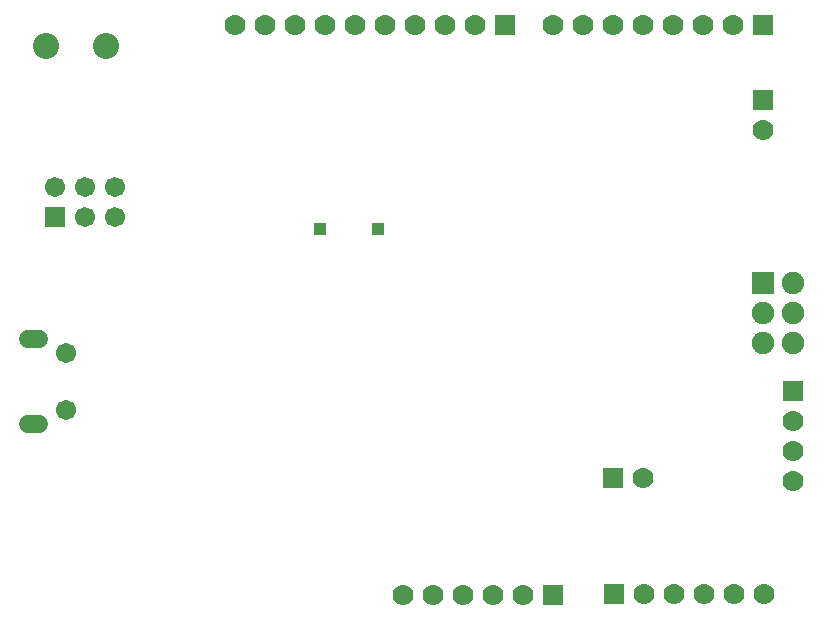
<source format=gbs>
G04 ---------------------------- Layer name :BOTTOM SOLDER LAYER*
G04 EasyEDA v5.5.14, Mon, 18 Jun 2018 23:09:04 GMT*
G04 84bf75b42abb48d08708263c728ca580*
G04 Gerber Generator version 0.2*
G04 Scale: 100 percent, Rotated: No, Reflected: No *
G04 Dimensions in inches *
G04 leading zeros omitted , absolute positions ,2 integer and 4 decimal *
%FSLAX24Y24*%
%MOIN*%
G90*
G70D02*

%ADD47C,0.059181*%
%ADD48R,0.070000X0.070000*%
%ADD49C,0.070000*%
%ADD50C,0.067055*%
%ADD51R,0.043700X0.043700*%
%ADD52C,0.086740*%
%ADD53C,0.067000*%
%ADD54R,0.067000X0.067000*%
%ADD55R,0.074929X0.074929*%
%ADD56C,0.074929*%

%LPD*%
G54D47*
G01X881Y6675D02*
G01X526Y6675D01*
G01X881Y9525D02*
G01X526Y9525D01*
G54D48*
G01X20000Y4900D03*
G54D49*
G01X21000Y4900D03*
G54D50*
G01X1767Y9048D03*
G01X1767Y7142D03*
G54D48*
G01X25000Y17500D03*
G54D49*
G01X25000Y16500D03*
G01X25035Y1017D03*
G01X24035Y1017D03*
G01X23035Y1017D03*
G01X22035Y1017D03*
G01X21035Y1017D03*
G54D48*
G01X20035Y1017D03*
G54D51*
G01X12160Y13200D03*
G01X10239Y13200D03*
G54D52*
G01X3100Y19300D03*
G01X1100Y19300D03*
G54D53*
G01X3400Y14600D03*
G01X2400Y14600D03*
G01X1400Y14600D03*
G01X3400Y13600D03*
G01X2400Y13600D03*
G54D54*
G01X1400Y13600D03*
G54D55*
G01X25000Y11400D03*
G54D56*
G01X26000Y11400D03*
G01X25000Y10400D03*
G01X26000Y10400D03*
G01X25000Y9400D03*
G01X26000Y9400D03*
G54D49*
G01X13000Y1000D03*
G01X14000Y1000D03*
G01X15000Y1000D03*
G01X16000Y1000D03*
G01X17000Y1000D03*
G54D48*
G01X18000Y1000D03*
G01X26000Y7800D03*
G54D49*
G01X26000Y6800D03*
G01X26000Y5800D03*
G01X26000Y4800D03*
G54D48*
G01X25000Y20000D03*
G54D49*
G01X24000Y20000D03*
G01X23000Y20000D03*
G01X22000Y20000D03*
G01X21000Y20000D03*
G01X20000Y20000D03*
G01X19000Y20000D03*
G01X18000Y20000D03*
G01X7400Y20000D03*
G01X8400Y20000D03*
G01X9400Y20000D03*
G01X10400Y20000D03*
G01X11400Y20000D03*
G01X12400Y20000D03*
G01X13400Y20000D03*
G01X14400Y20000D03*
G01X15400Y20000D03*
G54D48*
G01X16400Y20000D03*
M00*
M02*

</source>
